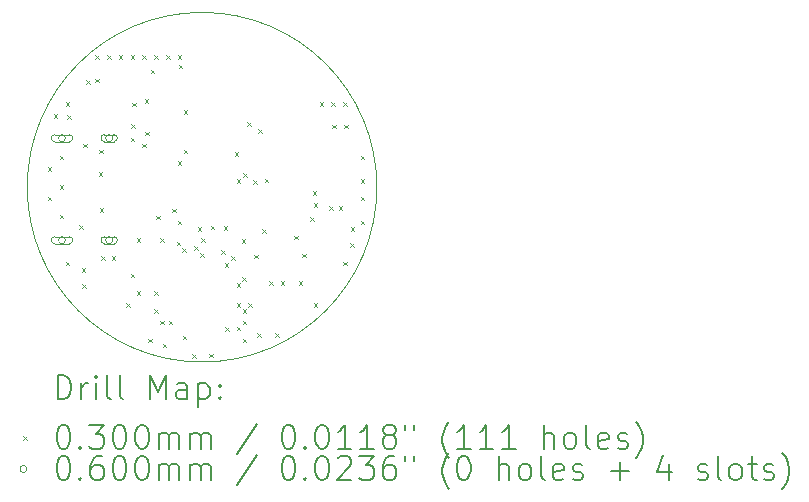
<source format=gbr>
%TF.GenerationSoftware,KiCad,Pcbnew,8.0.6*%
%TF.CreationDate,2025-05-06T14:47:25+02:00*%
%TF.ProjectId,nRF5340,6e524635-3334-4302-9e6b-696361645f70,rev?*%
%TF.SameCoordinates,Original*%
%TF.FileFunction,Drillmap*%
%TF.FilePolarity,Positive*%
%FSLAX45Y45*%
G04 Gerber Fmt 4.5, Leading zero omitted, Abs format (unit mm)*
G04 Created by KiCad (PCBNEW 8.0.6) date 2025-05-06 14:47:25*
%MOMM*%
%LPD*%
G01*
G04 APERTURE LIST*
%ADD10C,0.050000*%
%ADD11C,0.200000*%
%ADD12C,0.100000*%
G04 APERTURE END LIST*
D10*
X19519750Y-6152750D02*
G75*
G02*
X16559750Y-6152750I-1480000J0D01*
G01*
X16559750Y-6152750D02*
G75*
G02*
X19519750Y-6152750I1480000J0D01*
G01*
D11*
D12*
X16735000Y-5985000D02*
X16765000Y-6015000D01*
X16765000Y-5985000D02*
X16735000Y-6015000D01*
X16735000Y-6235000D02*
X16765000Y-6265000D01*
X16765000Y-6235000D02*
X16735000Y-6265000D01*
X16785000Y-5535000D02*
X16815000Y-5565000D01*
X16815000Y-5535000D02*
X16785000Y-5565000D01*
X16835000Y-5885000D02*
X16865000Y-5915000D01*
X16865000Y-5885000D02*
X16835000Y-5915000D01*
X16835000Y-6135000D02*
X16865000Y-6165000D01*
X16865000Y-6135000D02*
X16835000Y-6165000D01*
X16835000Y-6385000D02*
X16865000Y-6415000D01*
X16865000Y-6385000D02*
X16835000Y-6415000D01*
X16885000Y-5435000D02*
X16915000Y-5465000D01*
X16915000Y-5435000D02*
X16885000Y-5465000D01*
X16885000Y-6785000D02*
X16915000Y-6815000D01*
X16915000Y-6785000D02*
X16885000Y-6815000D01*
X16900000Y-5544000D02*
X16930000Y-5574000D01*
X16930000Y-5544000D02*
X16900000Y-5574000D01*
X17000000Y-6475000D02*
X17030000Y-6505000D01*
X17030000Y-6475000D02*
X17000000Y-6505000D01*
X17022500Y-6837500D02*
X17052500Y-6867500D01*
X17052500Y-6837500D02*
X17022500Y-6867500D01*
X17024500Y-6974500D02*
X17054500Y-7004500D01*
X17054500Y-6974500D02*
X17024500Y-7004500D01*
X17035000Y-5785000D02*
X17065000Y-5815000D01*
X17065000Y-5785000D02*
X17035000Y-5815000D01*
X17057500Y-5245000D02*
X17087500Y-5275000D01*
X17087500Y-5245000D02*
X17057500Y-5275000D01*
X17135000Y-5035000D02*
X17165000Y-5065000D01*
X17165000Y-5035000D02*
X17135000Y-5065000D01*
X17135000Y-5235000D02*
X17165000Y-5265000D01*
X17165000Y-5235000D02*
X17135000Y-5265000D01*
X17163000Y-6028000D02*
X17193000Y-6058000D01*
X17193000Y-6028000D02*
X17163000Y-6058000D01*
X17169000Y-5836000D02*
X17199000Y-5866000D01*
X17199000Y-5836000D02*
X17169000Y-5866000D01*
X17172000Y-6329000D02*
X17202000Y-6359000D01*
X17202000Y-6329000D02*
X17172000Y-6359000D01*
X17185000Y-6735000D02*
X17215000Y-6765000D01*
X17215000Y-6735000D02*
X17185000Y-6765000D01*
X17235000Y-5035000D02*
X17265000Y-5065000D01*
X17265000Y-5035000D02*
X17235000Y-5065000D01*
X17275000Y-6735000D02*
X17305000Y-6765000D01*
X17305000Y-6735000D02*
X17275000Y-6765000D01*
X17335000Y-5035000D02*
X17365000Y-5065000D01*
X17365000Y-5035000D02*
X17335000Y-5065000D01*
X17397500Y-7135000D02*
X17427500Y-7165000D01*
X17427500Y-7135000D02*
X17397500Y-7165000D01*
X17435000Y-5035000D02*
X17465000Y-5065000D01*
X17465000Y-5035000D02*
X17435000Y-5065000D01*
X17435000Y-5735000D02*
X17465000Y-5765000D01*
X17465000Y-5735000D02*
X17435000Y-5765000D01*
X17435000Y-6885000D02*
X17465000Y-6915000D01*
X17465000Y-6885000D02*
X17435000Y-6915000D01*
X17439000Y-5618000D02*
X17469000Y-5648000D01*
X17469000Y-5618000D02*
X17439000Y-5648000D01*
X17447000Y-5438000D02*
X17477000Y-5468000D01*
X17477000Y-5438000D02*
X17447000Y-5468000D01*
X17485000Y-6585000D02*
X17515000Y-6615000D01*
X17515000Y-6585000D02*
X17485000Y-6615000D01*
X17485000Y-7035000D02*
X17515000Y-7065000D01*
X17515000Y-7035000D02*
X17485000Y-7065000D01*
X17535000Y-5035000D02*
X17565000Y-5065000D01*
X17565000Y-5035000D02*
X17535000Y-5065000D01*
X17535000Y-5785000D02*
X17565000Y-5815000D01*
X17565000Y-5785000D02*
X17535000Y-5815000D01*
X17556000Y-5408000D02*
X17586000Y-5438000D01*
X17586000Y-5408000D02*
X17556000Y-5438000D01*
X17560000Y-5685000D02*
X17590000Y-5715000D01*
X17590000Y-5685000D02*
X17560000Y-5715000D01*
X17585000Y-7435000D02*
X17615000Y-7465000D01*
X17615000Y-7435000D02*
X17585000Y-7465000D01*
X17604000Y-5159000D02*
X17634000Y-5189000D01*
X17634000Y-5159000D02*
X17604000Y-5189000D01*
X17635000Y-5035000D02*
X17665000Y-5065000D01*
X17665000Y-5035000D02*
X17635000Y-5065000D01*
X17635000Y-7035000D02*
X17665000Y-7065000D01*
X17665000Y-7035000D02*
X17635000Y-7065000D01*
X17635000Y-7185000D02*
X17665000Y-7215000D01*
X17665000Y-7185000D02*
X17635000Y-7215000D01*
X17653925Y-6394075D02*
X17683925Y-6424075D01*
X17683925Y-6394075D02*
X17653925Y-6424075D01*
X17685000Y-6585000D02*
X17715000Y-6615000D01*
X17715000Y-6585000D02*
X17685000Y-6615000D01*
X17685000Y-7285000D02*
X17715000Y-7315000D01*
X17715000Y-7285000D02*
X17685000Y-7315000D01*
X17705000Y-7478000D02*
X17735000Y-7508000D01*
X17735000Y-7478000D02*
X17705000Y-7508000D01*
X17735000Y-5035000D02*
X17765000Y-5065000D01*
X17765000Y-5035000D02*
X17735000Y-5065000D01*
X17756000Y-7282000D02*
X17786000Y-7312000D01*
X17786000Y-7282000D02*
X17756000Y-7312000D01*
X17785000Y-6335000D02*
X17815000Y-6365000D01*
X17815000Y-6335000D02*
X17785000Y-6365000D01*
X17825000Y-6613000D02*
X17855000Y-6643000D01*
X17855000Y-6613000D02*
X17825000Y-6643000D01*
X17835000Y-5035000D02*
X17865000Y-5065000D01*
X17865000Y-5035000D02*
X17835000Y-5065000D01*
X17835000Y-5935000D02*
X17865000Y-5965000D01*
X17865000Y-5935000D02*
X17835000Y-5965000D01*
X17835000Y-6435000D02*
X17865000Y-6465000D01*
X17865000Y-6435000D02*
X17835000Y-6465000D01*
X17842500Y-5117500D02*
X17872500Y-5147500D01*
X17872500Y-5117500D02*
X17842500Y-5147500D01*
X17872000Y-6669000D02*
X17902000Y-6699000D01*
X17902000Y-6669000D02*
X17872000Y-6699000D01*
X17876000Y-7412000D02*
X17906000Y-7442000D01*
X17906000Y-7412000D02*
X17876000Y-7442000D01*
X17883000Y-5502000D02*
X17913000Y-5532000D01*
X17913000Y-5502000D02*
X17883000Y-5532000D01*
X17885000Y-5835000D02*
X17915000Y-5865000D01*
X17915000Y-5835000D02*
X17885000Y-5865000D01*
X17954500Y-7565500D02*
X17984500Y-7595500D01*
X17984500Y-7565500D02*
X17954500Y-7595500D01*
X17975000Y-6654000D02*
X18005000Y-6684000D01*
X18005000Y-6654000D02*
X17975000Y-6684000D01*
X18002500Y-6490000D02*
X18032500Y-6520000D01*
X18032500Y-6490000D02*
X18002500Y-6520000D01*
X18025000Y-6712000D02*
X18055000Y-6742000D01*
X18055000Y-6712000D02*
X18025000Y-6742000D01*
X18035000Y-6585000D02*
X18065000Y-6615000D01*
X18065000Y-6585000D02*
X18035000Y-6615000D01*
X18101000Y-7562000D02*
X18131000Y-7592000D01*
X18131000Y-7562000D02*
X18101000Y-7592000D01*
X18112500Y-6480000D02*
X18142500Y-6510000D01*
X18142500Y-6480000D02*
X18112500Y-6510000D01*
X18200000Y-6685000D02*
X18230000Y-6715000D01*
X18230000Y-6685000D02*
X18200000Y-6715000D01*
X18222500Y-6482500D02*
X18252500Y-6512500D01*
X18252500Y-6482500D02*
X18222500Y-6512500D01*
X18231000Y-6797000D02*
X18261000Y-6827000D01*
X18261000Y-6797000D02*
X18231000Y-6827000D01*
X18235000Y-7340000D02*
X18265000Y-7370000D01*
X18265000Y-7340000D02*
X18235000Y-7370000D01*
X18285000Y-6735000D02*
X18315000Y-6765000D01*
X18315000Y-6735000D02*
X18285000Y-6765000D01*
X18317500Y-5857500D02*
X18347500Y-5887500D01*
X18347500Y-5857500D02*
X18317500Y-5887500D01*
X18335000Y-6085000D02*
X18365000Y-6115000D01*
X18365000Y-6085000D02*
X18335000Y-6115000D01*
X18335000Y-6965000D02*
X18365000Y-6995000D01*
X18365000Y-6965000D02*
X18335000Y-6995000D01*
X18335000Y-7135000D02*
X18365000Y-7165000D01*
X18365000Y-7135000D02*
X18335000Y-7165000D01*
X18335000Y-7335000D02*
X18365000Y-7365000D01*
X18365000Y-7335000D02*
X18335000Y-7365000D01*
X18375000Y-6595000D02*
X18405000Y-6625000D01*
X18405000Y-6595000D02*
X18375000Y-6625000D01*
X18381000Y-6915000D02*
X18411000Y-6945000D01*
X18411000Y-6915000D02*
X18381000Y-6945000D01*
X18385000Y-7185000D02*
X18415000Y-7215000D01*
X18415000Y-7185000D02*
X18385000Y-7215000D01*
X18385000Y-7285000D02*
X18415000Y-7315000D01*
X18415000Y-7285000D02*
X18385000Y-7315000D01*
X18385000Y-7435000D02*
X18415000Y-7465000D01*
X18415000Y-7435000D02*
X18385000Y-7465000D01*
X18387500Y-6035000D02*
X18417500Y-6065000D01*
X18417500Y-6035000D02*
X18387500Y-6065000D01*
X18420000Y-5605000D02*
X18450000Y-5635000D01*
X18450000Y-5605000D02*
X18420000Y-5635000D01*
X18430000Y-7136500D02*
X18460000Y-7166500D01*
X18460000Y-7136500D02*
X18430000Y-7166500D01*
X18475000Y-6095000D02*
X18505000Y-6125000D01*
X18505000Y-6095000D02*
X18475000Y-6125000D01*
X18483000Y-6726000D02*
X18513000Y-6756000D01*
X18513000Y-6726000D02*
X18483000Y-6756000D01*
X18508000Y-7388000D02*
X18538000Y-7418000D01*
X18538000Y-7388000D02*
X18508000Y-7418000D01*
X18514000Y-5663000D02*
X18544000Y-5693000D01*
X18544000Y-5663000D02*
X18514000Y-5693000D01*
X18547500Y-6507500D02*
X18577500Y-6537500D01*
X18577500Y-6507500D02*
X18547500Y-6537500D01*
X18570000Y-6082500D02*
X18600000Y-6112500D01*
X18600000Y-6082500D02*
X18570000Y-6112500D01*
X18607500Y-6950000D02*
X18637500Y-6980000D01*
X18637500Y-6950000D02*
X18607500Y-6980000D01*
X18658000Y-7388000D02*
X18688000Y-7418000D01*
X18688000Y-7388000D02*
X18658000Y-7418000D01*
X18707500Y-6950000D02*
X18737500Y-6980000D01*
X18737500Y-6950000D02*
X18707500Y-6980000D01*
X18821000Y-6562000D02*
X18851000Y-6592000D01*
X18851000Y-6562000D02*
X18821000Y-6592000D01*
X18858375Y-6949750D02*
X18888375Y-6979750D01*
X18888375Y-6949750D02*
X18858375Y-6979750D01*
X18887500Y-6715000D02*
X18917500Y-6745000D01*
X18917500Y-6715000D02*
X18887500Y-6745000D01*
X18955000Y-6407500D02*
X18985000Y-6437500D01*
X18985000Y-6407500D02*
X18955000Y-6437500D01*
X18975000Y-6187500D02*
X19005000Y-6217500D01*
X19005000Y-6187500D02*
X18975000Y-6217500D01*
X18985000Y-7135000D02*
X19015000Y-7165000D01*
X19015000Y-7135000D02*
X18985000Y-7165000D01*
X18985600Y-6287105D02*
X19015600Y-6317105D01*
X19015600Y-6287105D02*
X18985600Y-6317105D01*
X19035000Y-5435000D02*
X19065000Y-5465000D01*
X19065000Y-5435000D02*
X19035000Y-5465000D01*
X19117500Y-6315000D02*
X19147500Y-6345000D01*
X19147500Y-6315000D02*
X19117500Y-6345000D01*
X19135000Y-5435000D02*
X19165000Y-5465000D01*
X19165000Y-5435000D02*
X19135000Y-5465000D01*
X19142500Y-5625000D02*
X19172500Y-5655000D01*
X19172500Y-5625000D02*
X19142500Y-5655000D01*
X19197500Y-6314000D02*
X19227500Y-6344000D01*
X19227500Y-6314000D02*
X19197500Y-6344000D01*
X19235000Y-5435000D02*
X19265000Y-5465000D01*
X19265000Y-5435000D02*
X19235000Y-5465000D01*
X19235000Y-6785000D02*
X19265000Y-6815000D01*
X19265000Y-6785000D02*
X19235000Y-6815000D01*
X19242500Y-5622500D02*
X19272500Y-5652500D01*
X19272500Y-5622500D02*
X19242500Y-5652500D01*
X19296000Y-6626000D02*
X19326000Y-6656000D01*
X19326000Y-6626000D02*
X19296000Y-6656000D01*
X19299000Y-6493000D02*
X19329000Y-6523000D01*
X19329000Y-6493000D02*
X19299000Y-6523000D01*
X19385000Y-5885000D02*
X19415000Y-5915000D01*
X19415000Y-5885000D02*
X19385000Y-5915000D01*
X19385000Y-6085000D02*
X19415000Y-6115000D01*
X19415000Y-6085000D02*
X19385000Y-6115000D01*
X19385000Y-6235000D02*
X19415000Y-6265000D01*
X19415000Y-6235000D02*
X19385000Y-6265000D01*
X19385000Y-6435000D02*
X19415000Y-6465000D01*
X19415000Y-6435000D02*
X19385000Y-6465000D01*
X16883750Y-5737075D02*
G75*
G02*
X16823750Y-5737075I-30000J0D01*
G01*
X16823750Y-5737075D02*
G75*
G02*
X16883750Y-5737075I30000J0D01*
G01*
X16913750Y-5707075D02*
X16793750Y-5707075D01*
X16793750Y-5767075D02*
G75*
G02*
X16793750Y-5707075I0J30000D01*
G01*
X16793750Y-5767075D02*
X16913750Y-5767075D01*
X16913750Y-5767075D02*
G75*
G03*
X16913750Y-5707075I0J30000D01*
G01*
X16883750Y-6601075D02*
G75*
G02*
X16823750Y-6601075I-30000J0D01*
G01*
X16823750Y-6601075D02*
G75*
G02*
X16883750Y-6601075I30000J0D01*
G01*
X16913750Y-6571075D02*
X16793750Y-6571075D01*
X16793750Y-6631075D02*
G75*
G02*
X16793750Y-6571075I0J30000D01*
G01*
X16793750Y-6631075D02*
X16913750Y-6631075D01*
X16913750Y-6631075D02*
G75*
G03*
X16913750Y-6571075I0J30000D01*
G01*
X17283750Y-5737075D02*
G75*
G02*
X17223750Y-5737075I-30000J0D01*
G01*
X17223750Y-5737075D02*
G75*
G02*
X17283750Y-5737075I30000J0D01*
G01*
X17293750Y-5707075D02*
X17213750Y-5707075D01*
X17213750Y-5767075D02*
G75*
G02*
X17213750Y-5707075I0J30000D01*
G01*
X17213750Y-5767075D02*
X17293750Y-5767075D01*
X17293750Y-5767075D02*
G75*
G03*
X17293750Y-5707075I0J30000D01*
G01*
X17283750Y-6601075D02*
G75*
G02*
X17223750Y-6601075I-30000J0D01*
G01*
X17223750Y-6601075D02*
G75*
G02*
X17283750Y-6601075I30000J0D01*
G01*
X17293750Y-6571075D02*
X17213750Y-6571075D01*
X17213750Y-6631075D02*
G75*
G02*
X17213750Y-6571075I0J30000D01*
G01*
X17213750Y-6631075D02*
X17293750Y-6631075D01*
X17293750Y-6631075D02*
G75*
G03*
X17293750Y-6571075I0J30000D01*
G01*
D11*
X16818027Y-7946734D02*
X16818027Y-7746734D01*
X16818027Y-7746734D02*
X16865646Y-7746734D01*
X16865646Y-7746734D02*
X16894218Y-7756257D01*
X16894218Y-7756257D02*
X16913265Y-7775305D01*
X16913265Y-7775305D02*
X16922789Y-7794353D01*
X16922789Y-7794353D02*
X16932313Y-7832448D01*
X16932313Y-7832448D02*
X16932313Y-7861019D01*
X16932313Y-7861019D02*
X16922789Y-7899115D01*
X16922789Y-7899115D02*
X16913265Y-7918162D01*
X16913265Y-7918162D02*
X16894218Y-7937210D01*
X16894218Y-7937210D02*
X16865646Y-7946734D01*
X16865646Y-7946734D02*
X16818027Y-7946734D01*
X17018027Y-7946734D02*
X17018027Y-7813400D01*
X17018027Y-7851496D02*
X17027551Y-7832448D01*
X17027551Y-7832448D02*
X17037075Y-7822924D01*
X17037075Y-7822924D02*
X17056122Y-7813400D01*
X17056122Y-7813400D02*
X17075170Y-7813400D01*
X17141837Y-7946734D02*
X17141837Y-7813400D01*
X17141837Y-7746734D02*
X17132313Y-7756257D01*
X17132313Y-7756257D02*
X17141837Y-7765781D01*
X17141837Y-7765781D02*
X17151360Y-7756257D01*
X17151360Y-7756257D02*
X17141837Y-7746734D01*
X17141837Y-7746734D02*
X17141837Y-7765781D01*
X17265646Y-7946734D02*
X17246598Y-7937210D01*
X17246598Y-7937210D02*
X17237075Y-7918162D01*
X17237075Y-7918162D02*
X17237075Y-7746734D01*
X17370408Y-7946734D02*
X17351360Y-7937210D01*
X17351360Y-7937210D02*
X17341837Y-7918162D01*
X17341837Y-7918162D02*
X17341837Y-7746734D01*
X17598979Y-7946734D02*
X17598979Y-7746734D01*
X17598979Y-7746734D02*
X17665646Y-7889591D01*
X17665646Y-7889591D02*
X17732313Y-7746734D01*
X17732313Y-7746734D02*
X17732313Y-7946734D01*
X17913265Y-7946734D02*
X17913265Y-7841972D01*
X17913265Y-7841972D02*
X17903741Y-7822924D01*
X17903741Y-7822924D02*
X17884694Y-7813400D01*
X17884694Y-7813400D02*
X17846598Y-7813400D01*
X17846598Y-7813400D02*
X17827551Y-7822924D01*
X17913265Y-7937210D02*
X17894218Y-7946734D01*
X17894218Y-7946734D02*
X17846598Y-7946734D01*
X17846598Y-7946734D02*
X17827551Y-7937210D01*
X17827551Y-7937210D02*
X17818027Y-7918162D01*
X17818027Y-7918162D02*
X17818027Y-7899115D01*
X17818027Y-7899115D02*
X17827551Y-7880067D01*
X17827551Y-7880067D02*
X17846598Y-7870543D01*
X17846598Y-7870543D02*
X17894218Y-7870543D01*
X17894218Y-7870543D02*
X17913265Y-7861019D01*
X18008503Y-7813400D02*
X18008503Y-8013400D01*
X18008503Y-7822924D02*
X18027551Y-7813400D01*
X18027551Y-7813400D02*
X18065646Y-7813400D01*
X18065646Y-7813400D02*
X18084694Y-7822924D01*
X18084694Y-7822924D02*
X18094218Y-7832448D01*
X18094218Y-7832448D02*
X18103741Y-7851496D01*
X18103741Y-7851496D02*
X18103741Y-7908638D01*
X18103741Y-7908638D02*
X18094218Y-7927686D01*
X18094218Y-7927686D02*
X18084694Y-7937210D01*
X18084694Y-7937210D02*
X18065646Y-7946734D01*
X18065646Y-7946734D02*
X18027551Y-7946734D01*
X18027551Y-7946734D02*
X18008503Y-7937210D01*
X18189456Y-7927686D02*
X18198979Y-7937210D01*
X18198979Y-7937210D02*
X18189456Y-7946734D01*
X18189456Y-7946734D02*
X18179932Y-7937210D01*
X18179932Y-7937210D02*
X18189456Y-7927686D01*
X18189456Y-7927686D02*
X18189456Y-7946734D01*
X18189456Y-7822924D02*
X18198979Y-7832448D01*
X18198979Y-7832448D02*
X18189456Y-7841972D01*
X18189456Y-7841972D02*
X18179932Y-7832448D01*
X18179932Y-7832448D02*
X18189456Y-7822924D01*
X18189456Y-7822924D02*
X18189456Y-7841972D01*
D12*
X16527250Y-8260250D02*
X16557250Y-8290250D01*
X16557250Y-8260250D02*
X16527250Y-8290250D01*
D11*
X16856122Y-8166734D02*
X16875170Y-8166734D01*
X16875170Y-8166734D02*
X16894218Y-8176257D01*
X16894218Y-8176257D02*
X16903741Y-8185781D01*
X16903741Y-8185781D02*
X16913265Y-8204829D01*
X16913265Y-8204829D02*
X16922789Y-8242924D01*
X16922789Y-8242924D02*
X16922789Y-8290543D01*
X16922789Y-8290543D02*
X16913265Y-8328638D01*
X16913265Y-8328638D02*
X16903741Y-8347686D01*
X16903741Y-8347686D02*
X16894218Y-8357210D01*
X16894218Y-8357210D02*
X16875170Y-8366734D01*
X16875170Y-8366734D02*
X16856122Y-8366734D01*
X16856122Y-8366734D02*
X16837075Y-8357210D01*
X16837075Y-8357210D02*
X16827551Y-8347686D01*
X16827551Y-8347686D02*
X16818027Y-8328638D01*
X16818027Y-8328638D02*
X16808503Y-8290543D01*
X16808503Y-8290543D02*
X16808503Y-8242924D01*
X16808503Y-8242924D02*
X16818027Y-8204829D01*
X16818027Y-8204829D02*
X16827551Y-8185781D01*
X16827551Y-8185781D02*
X16837075Y-8176257D01*
X16837075Y-8176257D02*
X16856122Y-8166734D01*
X17008503Y-8347686D02*
X17018027Y-8357210D01*
X17018027Y-8357210D02*
X17008503Y-8366734D01*
X17008503Y-8366734D02*
X16998979Y-8357210D01*
X16998979Y-8357210D02*
X17008503Y-8347686D01*
X17008503Y-8347686D02*
X17008503Y-8366734D01*
X17084694Y-8166734D02*
X17208503Y-8166734D01*
X17208503Y-8166734D02*
X17141837Y-8242924D01*
X17141837Y-8242924D02*
X17170408Y-8242924D01*
X17170408Y-8242924D02*
X17189456Y-8252448D01*
X17189456Y-8252448D02*
X17198979Y-8261972D01*
X17198979Y-8261972D02*
X17208503Y-8281019D01*
X17208503Y-8281019D02*
X17208503Y-8328638D01*
X17208503Y-8328638D02*
X17198979Y-8347686D01*
X17198979Y-8347686D02*
X17189456Y-8357210D01*
X17189456Y-8357210D02*
X17170408Y-8366734D01*
X17170408Y-8366734D02*
X17113265Y-8366734D01*
X17113265Y-8366734D02*
X17094218Y-8357210D01*
X17094218Y-8357210D02*
X17084694Y-8347686D01*
X17332313Y-8166734D02*
X17351360Y-8166734D01*
X17351360Y-8166734D02*
X17370408Y-8176257D01*
X17370408Y-8176257D02*
X17379932Y-8185781D01*
X17379932Y-8185781D02*
X17389456Y-8204829D01*
X17389456Y-8204829D02*
X17398979Y-8242924D01*
X17398979Y-8242924D02*
X17398979Y-8290543D01*
X17398979Y-8290543D02*
X17389456Y-8328638D01*
X17389456Y-8328638D02*
X17379932Y-8347686D01*
X17379932Y-8347686D02*
X17370408Y-8357210D01*
X17370408Y-8357210D02*
X17351360Y-8366734D01*
X17351360Y-8366734D02*
X17332313Y-8366734D01*
X17332313Y-8366734D02*
X17313265Y-8357210D01*
X17313265Y-8357210D02*
X17303741Y-8347686D01*
X17303741Y-8347686D02*
X17294218Y-8328638D01*
X17294218Y-8328638D02*
X17284694Y-8290543D01*
X17284694Y-8290543D02*
X17284694Y-8242924D01*
X17284694Y-8242924D02*
X17294218Y-8204829D01*
X17294218Y-8204829D02*
X17303741Y-8185781D01*
X17303741Y-8185781D02*
X17313265Y-8176257D01*
X17313265Y-8176257D02*
X17332313Y-8166734D01*
X17522789Y-8166734D02*
X17541837Y-8166734D01*
X17541837Y-8166734D02*
X17560884Y-8176257D01*
X17560884Y-8176257D02*
X17570408Y-8185781D01*
X17570408Y-8185781D02*
X17579932Y-8204829D01*
X17579932Y-8204829D02*
X17589456Y-8242924D01*
X17589456Y-8242924D02*
X17589456Y-8290543D01*
X17589456Y-8290543D02*
X17579932Y-8328638D01*
X17579932Y-8328638D02*
X17570408Y-8347686D01*
X17570408Y-8347686D02*
X17560884Y-8357210D01*
X17560884Y-8357210D02*
X17541837Y-8366734D01*
X17541837Y-8366734D02*
X17522789Y-8366734D01*
X17522789Y-8366734D02*
X17503741Y-8357210D01*
X17503741Y-8357210D02*
X17494218Y-8347686D01*
X17494218Y-8347686D02*
X17484694Y-8328638D01*
X17484694Y-8328638D02*
X17475170Y-8290543D01*
X17475170Y-8290543D02*
X17475170Y-8242924D01*
X17475170Y-8242924D02*
X17484694Y-8204829D01*
X17484694Y-8204829D02*
X17494218Y-8185781D01*
X17494218Y-8185781D02*
X17503741Y-8176257D01*
X17503741Y-8176257D02*
X17522789Y-8166734D01*
X17675170Y-8366734D02*
X17675170Y-8233400D01*
X17675170Y-8252448D02*
X17684694Y-8242924D01*
X17684694Y-8242924D02*
X17703741Y-8233400D01*
X17703741Y-8233400D02*
X17732313Y-8233400D01*
X17732313Y-8233400D02*
X17751360Y-8242924D01*
X17751360Y-8242924D02*
X17760884Y-8261972D01*
X17760884Y-8261972D02*
X17760884Y-8366734D01*
X17760884Y-8261972D02*
X17770408Y-8242924D01*
X17770408Y-8242924D02*
X17789456Y-8233400D01*
X17789456Y-8233400D02*
X17818027Y-8233400D01*
X17818027Y-8233400D02*
X17837075Y-8242924D01*
X17837075Y-8242924D02*
X17846599Y-8261972D01*
X17846599Y-8261972D02*
X17846599Y-8366734D01*
X17941837Y-8366734D02*
X17941837Y-8233400D01*
X17941837Y-8252448D02*
X17951360Y-8242924D01*
X17951360Y-8242924D02*
X17970408Y-8233400D01*
X17970408Y-8233400D02*
X17998980Y-8233400D01*
X17998980Y-8233400D02*
X18018027Y-8242924D01*
X18018027Y-8242924D02*
X18027551Y-8261972D01*
X18027551Y-8261972D02*
X18027551Y-8366734D01*
X18027551Y-8261972D02*
X18037075Y-8242924D01*
X18037075Y-8242924D02*
X18056122Y-8233400D01*
X18056122Y-8233400D02*
X18084694Y-8233400D01*
X18084694Y-8233400D02*
X18103741Y-8242924D01*
X18103741Y-8242924D02*
X18113265Y-8261972D01*
X18113265Y-8261972D02*
X18113265Y-8366734D01*
X18503741Y-8157210D02*
X18332313Y-8414353D01*
X18760884Y-8166734D02*
X18779932Y-8166734D01*
X18779932Y-8166734D02*
X18798980Y-8176257D01*
X18798980Y-8176257D02*
X18808503Y-8185781D01*
X18808503Y-8185781D02*
X18818027Y-8204829D01*
X18818027Y-8204829D02*
X18827551Y-8242924D01*
X18827551Y-8242924D02*
X18827551Y-8290543D01*
X18827551Y-8290543D02*
X18818027Y-8328638D01*
X18818027Y-8328638D02*
X18808503Y-8347686D01*
X18808503Y-8347686D02*
X18798980Y-8357210D01*
X18798980Y-8357210D02*
X18779932Y-8366734D01*
X18779932Y-8366734D02*
X18760884Y-8366734D01*
X18760884Y-8366734D02*
X18741837Y-8357210D01*
X18741837Y-8357210D02*
X18732313Y-8347686D01*
X18732313Y-8347686D02*
X18722789Y-8328638D01*
X18722789Y-8328638D02*
X18713265Y-8290543D01*
X18713265Y-8290543D02*
X18713265Y-8242924D01*
X18713265Y-8242924D02*
X18722789Y-8204829D01*
X18722789Y-8204829D02*
X18732313Y-8185781D01*
X18732313Y-8185781D02*
X18741837Y-8176257D01*
X18741837Y-8176257D02*
X18760884Y-8166734D01*
X18913265Y-8347686D02*
X18922789Y-8357210D01*
X18922789Y-8357210D02*
X18913265Y-8366734D01*
X18913265Y-8366734D02*
X18903742Y-8357210D01*
X18903742Y-8357210D02*
X18913265Y-8347686D01*
X18913265Y-8347686D02*
X18913265Y-8366734D01*
X19046599Y-8166734D02*
X19065646Y-8166734D01*
X19065646Y-8166734D02*
X19084694Y-8176257D01*
X19084694Y-8176257D02*
X19094218Y-8185781D01*
X19094218Y-8185781D02*
X19103742Y-8204829D01*
X19103742Y-8204829D02*
X19113265Y-8242924D01*
X19113265Y-8242924D02*
X19113265Y-8290543D01*
X19113265Y-8290543D02*
X19103742Y-8328638D01*
X19103742Y-8328638D02*
X19094218Y-8347686D01*
X19094218Y-8347686D02*
X19084694Y-8357210D01*
X19084694Y-8357210D02*
X19065646Y-8366734D01*
X19065646Y-8366734D02*
X19046599Y-8366734D01*
X19046599Y-8366734D02*
X19027551Y-8357210D01*
X19027551Y-8357210D02*
X19018027Y-8347686D01*
X19018027Y-8347686D02*
X19008503Y-8328638D01*
X19008503Y-8328638D02*
X18998980Y-8290543D01*
X18998980Y-8290543D02*
X18998980Y-8242924D01*
X18998980Y-8242924D02*
X19008503Y-8204829D01*
X19008503Y-8204829D02*
X19018027Y-8185781D01*
X19018027Y-8185781D02*
X19027551Y-8176257D01*
X19027551Y-8176257D02*
X19046599Y-8166734D01*
X19303742Y-8366734D02*
X19189456Y-8366734D01*
X19246599Y-8366734D02*
X19246599Y-8166734D01*
X19246599Y-8166734D02*
X19227551Y-8195305D01*
X19227551Y-8195305D02*
X19208503Y-8214353D01*
X19208503Y-8214353D02*
X19189456Y-8223876D01*
X19494218Y-8366734D02*
X19379932Y-8366734D01*
X19437075Y-8366734D02*
X19437075Y-8166734D01*
X19437075Y-8166734D02*
X19418027Y-8195305D01*
X19418027Y-8195305D02*
X19398980Y-8214353D01*
X19398980Y-8214353D02*
X19379932Y-8223876D01*
X19608503Y-8252448D02*
X19589456Y-8242924D01*
X19589456Y-8242924D02*
X19579932Y-8233400D01*
X19579932Y-8233400D02*
X19570408Y-8214353D01*
X19570408Y-8214353D02*
X19570408Y-8204829D01*
X19570408Y-8204829D02*
X19579932Y-8185781D01*
X19579932Y-8185781D02*
X19589456Y-8176257D01*
X19589456Y-8176257D02*
X19608503Y-8166734D01*
X19608503Y-8166734D02*
X19646599Y-8166734D01*
X19646599Y-8166734D02*
X19665646Y-8176257D01*
X19665646Y-8176257D02*
X19675170Y-8185781D01*
X19675170Y-8185781D02*
X19684694Y-8204829D01*
X19684694Y-8204829D02*
X19684694Y-8214353D01*
X19684694Y-8214353D02*
X19675170Y-8233400D01*
X19675170Y-8233400D02*
X19665646Y-8242924D01*
X19665646Y-8242924D02*
X19646599Y-8252448D01*
X19646599Y-8252448D02*
X19608503Y-8252448D01*
X19608503Y-8252448D02*
X19589456Y-8261972D01*
X19589456Y-8261972D02*
X19579932Y-8271496D01*
X19579932Y-8271496D02*
X19570408Y-8290543D01*
X19570408Y-8290543D02*
X19570408Y-8328638D01*
X19570408Y-8328638D02*
X19579932Y-8347686D01*
X19579932Y-8347686D02*
X19589456Y-8357210D01*
X19589456Y-8357210D02*
X19608503Y-8366734D01*
X19608503Y-8366734D02*
X19646599Y-8366734D01*
X19646599Y-8366734D02*
X19665646Y-8357210D01*
X19665646Y-8357210D02*
X19675170Y-8347686D01*
X19675170Y-8347686D02*
X19684694Y-8328638D01*
X19684694Y-8328638D02*
X19684694Y-8290543D01*
X19684694Y-8290543D02*
X19675170Y-8271496D01*
X19675170Y-8271496D02*
X19665646Y-8261972D01*
X19665646Y-8261972D02*
X19646599Y-8252448D01*
X19760884Y-8166734D02*
X19760884Y-8204829D01*
X19837075Y-8166734D02*
X19837075Y-8204829D01*
X20132313Y-8442924D02*
X20122789Y-8433400D01*
X20122789Y-8433400D02*
X20103742Y-8404829D01*
X20103742Y-8404829D02*
X20094218Y-8385781D01*
X20094218Y-8385781D02*
X20084694Y-8357210D01*
X20084694Y-8357210D02*
X20075170Y-8309591D01*
X20075170Y-8309591D02*
X20075170Y-8271496D01*
X20075170Y-8271496D02*
X20084694Y-8223876D01*
X20084694Y-8223876D02*
X20094218Y-8195305D01*
X20094218Y-8195305D02*
X20103742Y-8176257D01*
X20103742Y-8176257D02*
X20122789Y-8147686D01*
X20122789Y-8147686D02*
X20132313Y-8138162D01*
X20313265Y-8366734D02*
X20198980Y-8366734D01*
X20256123Y-8366734D02*
X20256123Y-8166734D01*
X20256123Y-8166734D02*
X20237075Y-8195305D01*
X20237075Y-8195305D02*
X20218027Y-8214353D01*
X20218027Y-8214353D02*
X20198980Y-8223876D01*
X20503742Y-8366734D02*
X20389456Y-8366734D01*
X20446599Y-8366734D02*
X20446599Y-8166734D01*
X20446599Y-8166734D02*
X20427551Y-8195305D01*
X20427551Y-8195305D02*
X20408504Y-8214353D01*
X20408504Y-8214353D02*
X20389456Y-8223876D01*
X20694218Y-8366734D02*
X20579932Y-8366734D01*
X20637075Y-8366734D02*
X20637075Y-8166734D01*
X20637075Y-8166734D02*
X20618027Y-8195305D01*
X20618027Y-8195305D02*
X20598980Y-8214353D01*
X20598980Y-8214353D02*
X20579932Y-8223876D01*
X20932313Y-8366734D02*
X20932313Y-8166734D01*
X21018027Y-8366734D02*
X21018027Y-8261972D01*
X21018027Y-8261972D02*
X21008504Y-8242924D01*
X21008504Y-8242924D02*
X20989456Y-8233400D01*
X20989456Y-8233400D02*
X20960885Y-8233400D01*
X20960885Y-8233400D02*
X20941837Y-8242924D01*
X20941837Y-8242924D02*
X20932313Y-8252448D01*
X21141837Y-8366734D02*
X21122789Y-8357210D01*
X21122789Y-8357210D02*
X21113266Y-8347686D01*
X21113266Y-8347686D02*
X21103742Y-8328638D01*
X21103742Y-8328638D02*
X21103742Y-8271496D01*
X21103742Y-8271496D02*
X21113266Y-8252448D01*
X21113266Y-8252448D02*
X21122789Y-8242924D01*
X21122789Y-8242924D02*
X21141837Y-8233400D01*
X21141837Y-8233400D02*
X21170408Y-8233400D01*
X21170408Y-8233400D02*
X21189456Y-8242924D01*
X21189456Y-8242924D02*
X21198980Y-8252448D01*
X21198980Y-8252448D02*
X21208504Y-8271496D01*
X21208504Y-8271496D02*
X21208504Y-8328638D01*
X21208504Y-8328638D02*
X21198980Y-8347686D01*
X21198980Y-8347686D02*
X21189456Y-8357210D01*
X21189456Y-8357210D02*
X21170408Y-8366734D01*
X21170408Y-8366734D02*
X21141837Y-8366734D01*
X21322789Y-8366734D02*
X21303742Y-8357210D01*
X21303742Y-8357210D02*
X21294218Y-8338162D01*
X21294218Y-8338162D02*
X21294218Y-8166734D01*
X21475170Y-8357210D02*
X21456123Y-8366734D01*
X21456123Y-8366734D02*
X21418027Y-8366734D01*
X21418027Y-8366734D02*
X21398980Y-8357210D01*
X21398980Y-8357210D02*
X21389456Y-8338162D01*
X21389456Y-8338162D02*
X21389456Y-8261972D01*
X21389456Y-8261972D02*
X21398980Y-8242924D01*
X21398980Y-8242924D02*
X21418027Y-8233400D01*
X21418027Y-8233400D02*
X21456123Y-8233400D01*
X21456123Y-8233400D02*
X21475170Y-8242924D01*
X21475170Y-8242924D02*
X21484694Y-8261972D01*
X21484694Y-8261972D02*
X21484694Y-8281019D01*
X21484694Y-8281019D02*
X21389456Y-8300067D01*
X21560885Y-8357210D02*
X21579932Y-8366734D01*
X21579932Y-8366734D02*
X21618027Y-8366734D01*
X21618027Y-8366734D02*
X21637075Y-8357210D01*
X21637075Y-8357210D02*
X21646599Y-8338162D01*
X21646599Y-8338162D02*
X21646599Y-8328638D01*
X21646599Y-8328638D02*
X21637075Y-8309591D01*
X21637075Y-8309591D02*
X21618027Y-8300067D01*
X21618027Y-8300067D02*
X21589456Y-8300067D01*
X21589456Y-8300067D02*
X21570408Y-8290543D01*
X21570408Y-8290543D02*
X21560885Y-8271496D01*
X21560885Y-8271496D02*
X21560885Y-8261972D01*
X21560885Y-8261972D02*
X21570408Y-8242924D01*
X21570408Y-8242924D02*
X21589456Y-8233400D01*
X21589456Y-8233400D02*
X21618027Y-8233400D01*
X21618027Y-8233400D02*
X21637075Y-8242924D01*
X21713266Y-8442924D02*
X21722789Y-8433400D01*
X21722789Y-8433400D02*
X21741837Y-8404829D01*
X21741837Y-8404829D02*
X21751361Y-8385781D01*
X21751361Y-8385781D02*
X21760885Y-8357210D01*
X21760885Y-8357210D02*
X21770408Y-8309591D01*
X21770408Y-8309591D02*
X21770408Y-8271496D01*
X21770408Y-8271496D02*
X21760885Y-8223876D01*
X21760885Y-8223876D02*
X21751361Y-8195305D01*
X21751361Y-8195305D02*
X21741837Y-8176257D01*
X21741837Y-8176257D02*
X21722789Y-8147686D01*
X21722789Y-8147686D02*
X21713266Y-8138162D01*
D12*
X16557250Y-8539250D02*
G75*
G02*
X16497250Y-8539250I-30000J0D01*
G01*
X16497250Y-8539250D02*
G75*
G02*
X16557250Y-8539250I30000J0D01*
G01*
D11*
X16856122Y-8430734D02*
X16875170Y-8430734D01*
X16875170Y-8430734D02*
X16894218Y-8440258D01*
X16894218Y-8440258D02*
X16903741Y-8449781D01*
X16903741Y-8449781D02*
X16913265Y-8468829D01*
X16913265Y-8468829D02*
X16922789Y-8506924D01*
X16922789Y-8506924D02*
X16922789Y-8554543D01*
X16922789Y-8554543D02*
X16913265Y-8592638D01*
X16913265Y-8592638D02*
X16903741Y-8611686D01*
X16903741Y-8611686D02*
X16894218Y-8621210D01*
X16894218Y-8621210D02*
X16875170Y-8630734D01*
X16875170Y-8630734D02*
X16856122Y-8630734D01*
X16856122Y-8630734D02*
X16837075Y-8621210D01*
X16837075Y-8621210D02*
X16827551Y-8611686D01*
X16827551Y-8611686D02*
X16818027Y-8592638D01*
X16818027Y-8592638D02*
X16808503Y-8554543D01*
X16808503Y-8554543D02*
X16808503Y-8506924D01*
X16808503Y-8506924D02*
X16818027Y-8468829D01*
X16818027Y-8468829D02*
X16827551Y-8449781D01*
X16827551Y-8449781D02*
X16837075Y-8440258D01*
X16837075Y-8440258D02*
X16856122Y-8430734D01*
X17008503Y-8611686D02*
X17018027Y-8621210D01*
X17018027Y-8621210D02*
X17008503Y-8630734D01*
X17008503Y-8630734D02*
X16998979Y-8621210D01*
X16998979Y-8621210D02*
X17008503Y-8611686D01*
X17008503Y-8611686D02*
X17008503Y-8630734D01*
X17189456Y-8430734D02*
X17151360Y-8430734D01*
X17151360Y-8430734D02*
X17132313Y-8440258D01*
X17132313Y-8440258D02*
X17122789Y-8449781D01*
X17122789Y-8449781D02*
X17103741Y-8478353D01*
X17103741Y-8478353D02*
X17094218Y-8516448D01*
X17094218Y-8516448D02*
X17094218Y-8592638D01*
X17094218Y-8592638D02*
X17103741Y-8611686D01*
X17103741Y-8611686D02*
X17113265Y-8621210D01*
X17113265Y-8621210D02*
X17132313Y-8630734D01*
X17132313Y-8630734D02*
X17170408Y-8630734D01*
X17170408Y-8630734D02*
X17189456Y-8621210D01*
X17189456Y-8621210D02*
X17198979Y-8611686D01*
X17198979Y-8611686D02*
X17208503Y-8592638D01*
X17208503Y-8592638D02*
X17208503Y-8545019D01*
X17208503Y-8545019D02*
X17198979Y-8525972D01*
X17198979Y-8525972D02*
X17189456Y-8516448D01*
X17189456Y-8516448D02*
X17170408Y-8506924D01*
X17170408Y-8506924D02*
X17132313Y-8506924D01*
X17132313Y-8506924D02*
X17113265Y-8516448D01*
X17113265Y-8516448D02*
X17103741Y-8525972D01*
X17103741Y-8525972D02*
X17094218Y-8545019D01*
X17332313Y-8430734D02*
X17351360Y-8430734D01*
X17351360Y-8430734D02*
X17370408Y-8440258D01*
X17370408Y-8440258D02*
X17379932Y-8449781D01*
X17379932Y-8449781D02*
X17389456Y-8468829D01*
X17389456Y-8468829D02*
X17398979Y-8506924D01*
X17398979Y-8506924D02*
X17398979Y-8554543D01*
X17398979Y-8554543D02*
X17389456Y-8592638D01*
X17389456Y-8592638D02*
X17379932Y-8611686D01*
X17379932Y-8611686D02*
X17370408Y-8621210D01*
X17370408Y-8621210D02*
X17351360Y-8630734D01*
X17351360Y-8630734D02*
X17332313Y-8630734D01*
X17332313Y-8630734D02*
X17313265Y-8621210D01*
X17313265Y-8621210D02*
X17303741Y-8611686D01*
X17303741Y-8611686D02*
X17294218Y-8592638D01*
X17294218Y-8592638D02*
X17284694Y-8554543D01*
X17284694Y-8554543D02*
X17284694Y-8506924D01*
X17284694Y-8506924D02*
X17294218Y-8468829D01*
X17294218Y-8468829D02*
X17303741Y-8449781D01*
X17303741Y-8449781D02*
X17313265Y-8440258D01*
X17313265Y-8440258D02*
X17332313Y-8430734D01*
X17522789Y-8430734D02*
X17541837Y-8430734D01*
X17541837Y-8430734D02*
X17560884Y-8440258D01*
X17560884Y-8440258D02*
X17570408Y-8449781D01*
X17570408Y-8449781D02*
X17579932Y-8468829D01*
X17579932Y-8468829D02*
X17589456Y-8506924D01*
X17589456Y-8506924D02*
X17589456Y-8554543D01*
X17589456Y-8554543D02*
X17579932Y-8592638D01*
X17579932Y-8592638D02*
X17570408Y-8611686D01*
X17570408Y-8611686D02*
X17560884Y-8621210D01*
X17560884Y-8621210D02*
X17541837Y-8630734D01*
X17541837Y-8630734D02*
X17522789Y-8630734D01*
X17522789Y-8630734D02*
X17503741Y-8621210D01*
X17503741Y-8621210D02*
X17494218Y-8611686D01*
X17494218Y-8611686D02*
X17484694Y-8592638D01*
X17484694Y-8592638D02*
X17475170Y-8554543D01*
X17475170Y-8554543D02*
X17475170Y-8506924D01*
X17475170Y-8506924D02*
X17484694Y-8468829D01*
X17484694Y-8468829D02*
X17494218Y-8449781D01*
X17494218Y-8449781D02*
X17503741Y-8440258D01*
X17503741Y-8440258D02*
X17522789Y-8430734D01*
X17675170Y-8630734D02*
X17675170Y-8497400D01*
X17675170Y-8516448D02*
X17684694Y-8506924D01*
X17684694Y-8506924D02*
X17703741Y-8497400D01*
X17703741Y-8497400D02*
X17732313Y-8497400D01*
X17732313Y-8497400D02*
X17751360Y-8506924D01*
X17751360Y-8506924D02*
X17760884Y-8525972D01*
X17760884Y-8525972D02*
X17760884Y-8630734D01*
X17760884Y-8525972D02*
X17770408Y-8506924D01*
X17770408Y-8506924D02*
X17789456Y-8497400D01*
X17789456Y-8497400D02*
X17818027Y-8497400D01*
X17818027Y-8497400D02*
X17837075Y-8506924D01*
X17837075Y-8506924D02*
X17846599Y-8525972D01*
X17846599Y-8525972D02*
X17846599Y-8630734D01*
X17941837Y-8630734D02*
X17941837Y-8497400D01*
X17941837Y-8516448D02*
X17951360Y-8506924D01*
X17951360Y-8506924D02*
X17970408Y-8497400D01*
X17970408Y-8497400D02*
X17998980Y-8497400D01*
X17998980Y-8497400D02*
X18018027Y-8506924D01*
X18018027Y-8506924D02*
X18027551Y-8525972D01*
X18027551Y-8525972D02*
X18027551Y-8630734D01*
X18027551Y-8525972D02*
X18037075Y-8506924D01*
X18037075Y-8506924D02*
X18056122Y-8497400D01*
X18056122Y-8497400D02*
X18084694Y-8497400D01*
X18084694Y-8497400D02*
X18103741Y-8506924D01*
X18103741Y-8506924D02*
X18113265Y-8525972D01*
X18113265Y-8525972D02*
X18113265Y-8630734D01*
X18503741Y-8421210D02*
X18332313Y-8678353D01*
X18760884Y-8430734D02*
X18779932Y-8430734D01*
X18779932Y-8430734D02*
X18798980Y-8440258D01*
X18798980Y-8440258D02*
X18808503Y-8449781D01*
X18808503Y-8449781D02*
X18818027Y-8468829D01*
X18818027Y-8468829D02*
X18827551Y-8506924D01*
X18827551Y-8506924D02*
X18827551Y-8554543D01*
X18827551Y-8554543D02*
X18818027Y-8592638D01*
X18818027Y-8592638D02*
X18808503Y-8611686D01*
X18808503Y-8611686D02*
X18798980Y-8621210D01*
X18798980Y-8621210D02*
X18779932Y-8630734D01*
X18779932Y-8630734D02*
X18760884Y-8630734D01*
X18760884Y-8630734D02*
X18741837Y-8621210D01*
X18741837Y-8621210D02*
X18732313Y-8611686D01*
X18732313Y-8611686D02*
X18722789Y-8592638D01*
X18722789Y-8592638D02*
X18713265Y-8554543D01*
X18713265Y-8554543D02*
X18713265Y-8506924D01*
X18713265Y-8506924D02*
X18722789Y-8468829D01*
X18722789Y-8468829D02*
X18732313Y-8449781D01*
X18732313Y-8449781D02*
X18741837Y-8440258D01*
X18741837Y-8440258D02*
X18760884Y-8430734D01*
X18913265Y-8611686D02*
X18922789Y-8621210D01*
X18922789Y-8621210D02*
X18913265Y-8630734D01*
X18913265Y-8630734D02*
X18903742Y-8621210D01*
X18903742Y-8621210D02*
X18913265Y-8611686D01*
X18913265Y-8611686D02*
X18913265Y-8630734D01*
X19046599Y-8430734D02*
X19065646Y-8430734D01*
X19065646Y-8430734D02*
X19084694Y-8440258D01*
X19084694Y-8440258D02*
X19094218Y-8449781D01*
X19094218Y-8449781D02*
X19103742Y-8468829D01*
X19103742Y-8468829D02*
X19113265Y-8506924D01*
X19113265Y-8506924D02*
X19113265Y-8554543D01*
X19113265Y-8554543D02*
X19103742Y-8592638D01*
X19103742Y-8592638D02*
X19094218Y-8611686D01*
X19094218Y-8611686D02*
X19084694Y-8621210D01*
X19084694Y-8621210D02*
X19065646Y-8630734D01*
X19065646Y-8630734D02*
X19046599Y-8630734D01*
X19046599Y-8630734D02*
X19027551Y-8621210D01*
X19027551Y-8621210D02*
X19018027Y-8611686D01*
X19018027Y-8611686D02*
X19008503Y-8592638D01*
X19008503Y-8592638D02*
X18998980Y-8554543D01*
X18998980Y-8554543D02*
X18998980Y-8506924D01*
X18998980Y-8506924D02*
X19008503Y-8468829D01*
X19008503Y-8468829D02*
X19018027Y-8449781D01*
X19018027Y-8449781D02*
X19027551Y-8440258D01*
X19027551Y-8440258D02*
X19046599Y-8430734D01*
X19189456Y-8449781D02*
X19198980Y-8440258D01*
X19198980Y-8440258D02*
X19218027Y-8430734D01*
X19218027Y-8430734D02*
X19265646Y-8430734D01*
X19265646Y-8430734D02*
X19284694Y-8440258D01*
X19284694Y-8440258D02*
X19294218Y-8449781D01*
X19294218Y-8449781D02*
X19303742Y-8468829D01*
X19303742Y-8468829D02*
X19303742Y-8487877D01*
X19303742Y-8487877D02*
X19294218Y-8516448D01*
X19294218Y-8516448D02*
X19179932Y-8630734D01*
X19179932Y-8630734D02*
X19303742Y-8630734D01*
X19370408Y-8430734D02*
X19494218Y-8430734D01*
X19494218Y-8430734D02*
X19427551Y-8506924D01*
X19427551Y-8506924D02*
X19456123Y-8506924D01*
X19456123Y-8506924D02*
X19475170Y-8516448D01*
X19475170Y-8516448D02*
X19484694Y-8525972D01*
X19484694Y-8525972D02*
X19494218Y-8545019D01*
X19494218Y-8545019D02*
X19494218Y-8592638D01*
X19494218Y-8592638D02*
X19484694Y-8611686D01*
X19484694Y-8611686D02*
X19475170Y-8621210D01*
X19475170Y-8621210D02*
X19456123Y-8630734D01*
X19456123Y-8630734D02*
X19398980Y-8630734D01*
X19398980Y-8630734D02*
X19379932Y-8621210D01*
X19379932Y-8621210D02*
X19370408Y-8611686D01*
X19665646Y-8430734D02*
X19627551Y-8430734D01*
X19627551Y-8430734D02*
X19608503Y-8440258D01*
X19608503Y-8440258D02*
X19598980Y-8449781D01*
X19598980Y-8449781D02*
X19579932Y-8478353D01*
X19579932Y-8478353D02*
X19570408Y-8516448D01*
X19570408Y-8516448D02*
X19570408Y-8592638D01*
X19570408Y-8592638D02*
X19579932Y-8611686D01*
X19579932Y-8611686D02*
X19589456Y-8621210D01*
X19589456Y-8621210D02*
X19608503Y-8630734D01*
X19608503Y-8630734D02*
X19646599Y-8630734D01*
X19646599Y-8630734D02*
X19665646Y-8621210D01*
X19665646Y-8621210D02*
X19675170Y-8611686D01*
X19675170Y-8611686D02*
X19684694Y-8592638D01*
X19684694Y-8592638D02*
X19684694Y-8545019D01*
X19684694Y-8545019D02*
X19675170Y-8525972D01*
X19675170Y-8525972D02*
X19665646Y-8516448D01*
X19665646Y-8516448D02*
X19646599Y-8506924D01*
X19646599Y-8506924D02*
X19608503Y-8506924D01*
X19608503Y-8506924D02*
X19589456Y-8516448D01*
X19589456Y-8516448D02*
X19579932Y-8525972D01*
X19579932Y-8525972D02*
X19570408Y-8545019D01*
X19760884Y-8430734D02*
X19760884Y-8468829D01*
X19837075Y-8430734D02*
X19837075Y-8468829D01*
X20132313Y-8706924D02*
X20122789Y-8697400D01*
X20122789Y-8697400D02*
X20103742Y-8668829D01*
X20103742Y-8668829D02*
X20094218Y-8649781D01*
X20094218Y-8649781D02*
X20084694Y-8621210D01*
X20084694Y-8621210D02*
X20075170Y-8573591D01*
X20075170Y-8573591D02*
X20075170Y-8535496D01*
X20075170Y-8535496D02*
X20084694Y-8487877D01*
X20084694Y-8487877D02*
X20094218Y-8459305D01*
X20094218Y-8459305D02*
X20103742Y-8440258D01*
X20103742Y-8440258D02*
X20122789Y-8411686D01*
X20122789Y-8411686D02*
X20132313Y-8402162D01*
X20246599Y-8430734D02*
X20265646Y-8430734D01*
X20265646Y-8430734D02*
X20284694Y-8440258D01*
X20284694Y-8440258D02*
X20294218Y-8449781D01*
X20294218Y-8449781D02*
X20303742Y-8468829D01*
X20303742Y-8468829D02*
X20313265Y-8506924D01*
X20313265Y-8506924D02*
X20313265Y-8554543D01*
X20313265Y-8554543D02*
X20303742Y-8592638D01*
X20303742Y-8592638D02*
X20294218Y-8611686D01*
X20294218Y-8611686D02*
X20284694Y-8621210D01*
X20284694Y-8621210D02*
X20265646Y-8630734D01*
X20265646Y-8630734D02*
X20246599Y-8630734D01*
X20246599Y-8630734D02*
X20227551Y-8621210D01*
X20227551Y-8621210D02*
X20218027Y-8611686D01*
X20218027Y-8611686D02*
X20208504Y-8592638D01*
X20208504Y-8592638D02*
X20198980Y-8554543D01*
X20198980Y-8554543D02*
X20198980Y-8506924D01*
X20198980Y-8506924D02*
X20208504Y-8468829D01*
X20208504Y-8468829D02*
X20218027Y-8449781D01*
X20218027Y-8449781D02*
X20227551Y-8440258D01*
X20227551Y-8440258D02*
X20246599Y-8430734D01*
X20551361Y-8630734D02*
X20551361Y-8430734D01*
X20637075Y-8630734D02*
X20637075Y-8525972D01*
X20637075Y-8525972D02*
X20627551Y-8506924D01*
X20627551Y-8506924D02*
X20608504Y-8497400D01*
X20608504Y-8497400D02*
X20579932Y-8497400D01*
X20579932Y-8497400D02*
X20560885Y-8506924D01*
X20560885Y-8506924D02*
X20551361Y-8516448D01*
X20760885Y-8630734D02*
X20741837Y-8621210D01*
X20741837Y-8621210D02*
X20732313Y-8611686D01*
X20732313Y-8611686D02*
X20722789Y-8592638D01*
X20722789Y-8592638D02*
X20722789Y-8535496D01*
X20722789Y-8535496D02*
X20732313Y-8516448D01*
X20732313Y-8516448D02*
X20741837Y-8506924D01*
X20741837Y-8506924D02*
X20760885Y-8497400D01*
X20760885Y-8497400D02*
X20789456Y-8497400D01*
X20789456Y-8497400D02*
X20808504Y-8506924D01*
X20808504Y-8506924D02*
X20818027Y-8516448D01*
X20818027Y-8516448D02*
X20827551Y-8535496D01*
X20827551Y-8535496D02*
X20827551Y-8592638D01*
X20827551Y-8592638D02*
X20818027Y-8611686D01*
X20818027Y-8611686D02*
X20808504Y-8621210D01*
X20808504Y-8621210D02*
X20789456Y-8630734D01*
X20789456Y-8630734D02*
X20760885Y-8630734D01*
X20941837Y-8630734D02*
X20922789Y-8621210D01*
X20922789Y-8621210D02*
X20913266Y-8602162D01*
X20913266Y-8602162D02*
X20913266Y-8430734D01*
X21094218Y-8621210D02*
X21075170Y-8630734D01*
X21075170Y-8630734D02*
X21037075Y-8630734D01*
X21037075Y-8630734D02*
X21018027Y-8621210D01*
X21018027Y-8621210D02*
X21008504Y-8602162D01*
X21008504Y-8602162D02*
X21008504Y-8525972D01*
X21008504Y-8525972D02*
X21018027Y-8506924D01*
X21018027Y-8506924D02*
X21037075Y-8497400D01*
X21037075Y-8497400D02*
X21075170Y-8497400D01*
X21075170Y-8497400D02*
X21094218Y-8506924D01*
X21094218Y-8506924D02*
X21103742Y-8525972D01*
X21103742Y-8525972D02*
X21103742Y-8545019D01*
X21103742Y-8545019D02*
X21008504Y-8564067D01*
X21179932Y-8621210D02*
X21198980Y-8630734D01*
X21198980Y-8630734D02*
X21237075Y-8630734D01*
X21237075Y-8630734D02*
X21256123Y-8621210D01*
X21256123Y-8621210D02*
X21265647Y-8602162D01*
X21265647Y-8602162D02*
X21265647Y-8592638D01*
X21265647Y-8592638D02*
X21256123Y-8573591D01*
X21256123Y-8573591D02*
X21237075Y-8564067D01*
X21237075Y-8564067D02*
X21208504Y-8564067D01*
X21208504Y-8564067D02*
X21189456Y-8554543D01*
X21189456Y-8554543D02*
X21179932Y-8535496D01*
X21179932Y-8535496D02*
X21179932Y-8525972D01*
X21179932Y-8525972D02*
X21189456Y-8506924D01*
X21189456Y-8506924D02*
X21208504Y-8497400D01*
X21208504Y-8497400D02*
X21237075Y-8497400D01*
X21237075Y-8497400D02*
X21256123Y-8506924D01*
X21503742Y-8554543D02*
X21656123Y-8554543D01*
X21579932Y-8630734D02*
X21579932Y-8478353D01*
X21989456Y-8497400D02*
X21989456Y-8630734D01*
X21941837Y-8421210D02*
X21894218Y-8564067D01*
X21894218Y-8564067D02*
X22018028Y-8564067D01*
X22237075Y-8621210D02*
X22256123Y-8630734D01*
X22256123Y-8630734D02*
X22294218Y-8630734D01*
X22294218Y-8630734D02*
X22313266Y-8621210D01*
X22313266Y-8621210D02*
X22322790Y-8602162D01*
X22322790Y-8602162D02*
X22322790Y-8592638D01*
X22322790Y-8592638D02*
X22313266Y-8573591D01*
X22313266Y-8573591D02*
X22294218Y-8564067D01*
X22294218Y-8564067D02*
X22265647Y-8564067D01*
X22265647Y-8564067D02*
X22246599Y-8554543D01*
X22246599Y-8554543D02*
X22237075Y-8535496D01*
X22237075Y-8535496D02*
X22237075Y-8525972D01*
X22237075Y-8525972D02*
X22246599Y-8506924D01*
X22246599Y-8506924D02*
X22265647Y-8497400D01*
X22265647Y-8497400D02*
X22294218Y-8497400D01*
X22294218Y-8497400D02*
X22313266Y-8506924D01*
X22437075Y-8630734D02*
X22418028Y-8621210D01*
X22418028Y-8621210D02*
X22408504Y-8602162D01*
X22408504Y-8602162D02*
X22408504Y-8430734D01*
X22541837Y-8630734D02*
X22522789Y-8621210D01*
X22522789Y-8621210D02*
X22513266Y-8611686D01*
X22513266Y-8611686D02*
X22503742Y-8592638D01*
X22503742Y-8592638D02*
X22503742Y-8535496D01*
X22503742Y-8535496D02*
X22513266Y-8516448D01*
X22513266Y-8516448D02*
X22522789Y-8506924D01*
X22522789Y-8506924D02*
X22541837Y-8497400D01*
X22541837Y-8497400D02*
X22570409Y-8497400D01*
X22570409Y-8497400D02*
X22589456Y-8506924D01*
X22589456Y-8506924D02*
X22598980Y-8516448D01*
X22598980Y-8516448D02*
X22608504Y-8535496D01*
X22608504Y-8535496D02*
X22608504Y-8592638D01*
X22608504Y-8592638D02*
X22598980Y-8611686D01*
X22598980Y-8611686D02*
X22589456Y-8621210D01*
X22589456Y-8621210D02*
X22570409Y-8630734D01*
X22570409Y-8630734D02*
X22541837Y-8630734D01*
X22665647Y-8497400D02*
X22741837Y-8497400D01*
X22694218Y-8430734D02*
X22694218Y-8602162D01*
X22694218Y-8602162D02*
X22703742Y-8621210D01*
X22703742Y-8621210D02*
X22722789Y-8630734D01*
X22722789Y-8630734D02*
X22741837Y-8630734D01*
X22798980Y-8621210D02*
X22818028Y-8630734D01*
X22818028Y-8630734D02*
X22856123Y-8630734D01*
X22856123Y-8630734D02*
X22875170Y-8621210D01*
X22875170Y-8621210D02*
X22884694Y-8602162D01*
X22884694Y-8602162D02*
X22884694Y-8592638D01*
X22884694Y-8592638D02*
X22875170Y-8573591D01*
X22875170Y-8573591D02*
X22856123Y-8564067D01*
X22856123Y-8564067D02*
X22827551Y-8564067D01*
X22827551Y-8564067D02*
X22808504Y-8554543D01*
X22808504Y-8554543D02*
X22798980Y-8535496D01*
X22798980Y-8535496D02*
X22798980Y-8525972D01*
X22798980Y-8525972D02*
X22808504Y-8506924D01*
X22808504Y-8506924D02*
X22827551Y-8497400D01*
X22827551Y-8497400D02*
X22856123Y-8497400D01*
X22856123Y-8497400D02*
X22875170Y-8506924D01*
X22951361Y-8706924D02*
X22960885Y-8697400D01*
X22960885Y-8697400D02*
X22979932Y-8668829D01*
X22979932Y-8668829D02*
X22989456Y-8649781D01*
X22989456Y-8649781D02*
X22998980Y-8621210D01*
X22998980Y-8621210D02*
X23008504Y-8573591D01*
X23008504Y-8573591D02*
X23008504Y-8535496D01*
X23008504Y-8535496D02*
X22998980Y-8487877D01*
X22998980Y-8487877D02*
X22989456Y-8459305D01*
X22989456Y-8459305D02*
X22979932Y-8440258D01*
X22979932Y-8440258D02*
X22960885Y-8411686D01*
X22960885Y-8411686D02*
X22951361Y-8402162D01*
M02*

</source>
